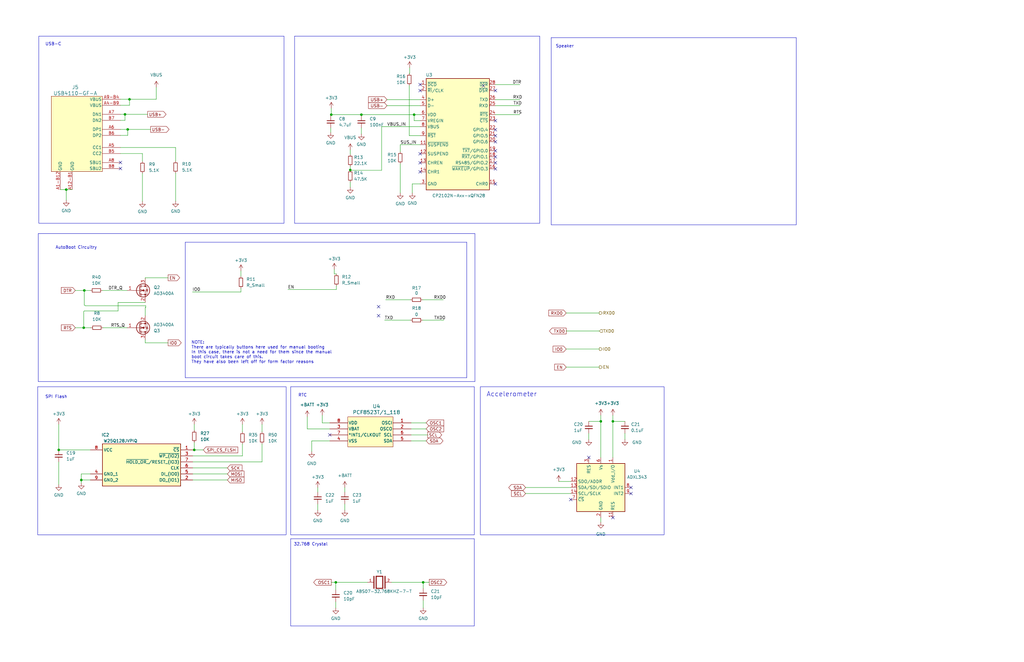
<source format=kicad_sch>
(kicad_sch (version 20230121) (generator eeschema)
  (paper "B")
  (title_block (title "Microcontroller Bootloading Schematic") (company "Generate Product Development Studio"))
  (lib_symbols
    (symbol "Device:C_Small" (pin_numbers hide) (pin_names (offset 0.254) hide)
      (property "Reference" "C" (at 0.254 1.778 0))
      (property "Value" "C_Small" (at 0.254 -2.032 0))
      (symbol "C_Small_0_1"
        (polyline (pts (xy -1.524 -0.508) (xy 1.524 -0.508)) (stroke (width 0.3302)))
        (polyline (pts (xy -1.524 0.508) (xy 1.524 0.508)) (stroke (width 0.3048)))
      )
      (symbol "C_Small_1_1"
        (pin passive line (at 0 2.54 270) (length 2.032) (name "~") (number "1"))
        (pin passive line (at 0 -2.54 90) (length 2.032) (name "~") (number "2"))
      )
    )
    (symbol "Device:R_Small" (pin_numbers hide) (pin_names (offset 0.254) hide)
      (property "Reference" "R" (at 0.762 0.508 0))
      (property "Value" "R_Small" (at 0.762 -1.016 0))
      (symbol "R_Small_0_1"
        (rectangle (start -0.762 1.778) (end 0.762 -1.778) (stroke (width 0.2032)))
      )
      (symbol "R_Small_1_1"
        (pin passive line (at 0 2.54 270) (length 0.762) (name "~") (number "1"))
        (pin passive line (at 0 -2.54 90) (length 0.762) (name "~") (number "2"))
      )
    )
    (symbol "Interface_USB:CP2102N-Axx-xQFN28"
      (property "Reference" "U3" (at -10.287 18.034 0))
      (property "Value" "CP2102N-Axx-xQFN28" (at -7.62 -32.893 0))
      (symbol "CP2102N-Axx-xQFN28_0_1"
        (rectangle (start -10.16 16.51) (end 16.51 -30.48) (stroke (width 0.254)) (fill (type background)))
      )
      (symbol "CP2102N-Axx-xQFN28_1_1"
        (pin input line (at -12.7 13.97 0) (length 2.54) (name "~{DCD}") (number "1"))
        (pin no_connect line (at -10.16 -27.94 0) (length 2.54) hide (name "NC") (number "10"))
        (pin output line (at -12.7 -11.43 0) (length 2.54) (name "~{SUSPEND}") (number "11"))
        (pin output line (at -12.7 -15.24 0) (length 2.54) (name "SUSPEND") (number "12"))
        (pin output line (at -12.7 -19.05 0) (length 2.54) (name "CHREN") (number "13"))
        (pin output line (at -12.7 -22.86 0) (length 2.54) (name "CHR1") (number "14"))
        (pin output line (at 19.05 -27.94 180) (length 2.54) (name "CHR0") (number "15"))
        (pin bidirectional line (at 19.05 -21.59 180) (length 2.54) (name "~{WAKEUP}/GPIO.3") (number "16"))
        (pin bidirectional line (at 19.05 -19.05 180) (length 2.54) (name "RS485/GPIO.2") (number "17"))
        (pin bidirectional line (at 19.05 -16.51 180) (length 2.54) (name "~{RXT}/GPIO.1") (number "18"))
        (pin bidirectional line (at 19.05 -13.97 180) (length 2.54) (name "~{TXT}/GPIO.0") (number "19"))
        (pin bidirectional line (at -12.7 11.43 0) (length 2.54) (name "~{RI}/CLK") (number "2"))
        (pin bidirectional line (at 19.05 -10.16 180) (length 2.54) (name "GPIO.6") (number "20"))
        (pin bidirectional line (at 19.05 -7.62 180) (length 2.54) (name "GPIO.5") (number "21"))
        (pin bidirectional line (at 19.05 -5.08 180) (length 2.54) (name "GPIO.4") (number "22"))
        (pin input line (at 19.05 -1.27 180) (length 2.54) (name "~{CTS}") (number "23"))
        (pin output line (at 19.05 1.27 180) (length 2.54) (name "~{RTS}") (number "24"))
        (pin input line (at 19.05 5.08 180) (length 2.54) (name "RXD") (number "25"))
        (pin output line (at 19.05 7.62 180) (length 2.54) (name "TXD") (number "26"))
        (pin input line (at 19.05 11.43 180) (length 2.54) (name "~{DSR}") (number "27"))
        (pin output line (at 19.05 13.97 180) (length 2.54) (name "~{DTR}") (number "28"))
        (pin passive line (at -12.7 -27.94 0) (length 2.54) hide (name "GND") (number "29"))
        (pin power_in line (at -12.7 -27.94 0) (length 2.54) (name "GND") (number "3"))
        (pin bidirectional line (at -12.7 7.62 0) (length 2.54) (name "D+") (number "4"))
        (pin bidirectional line (at -12.7 5.08 0) (length 2.54) (name "D-") (number "5"))
        (pin power_in line (at -12.7 1.27 0) (length 2.54) (name "VDD") (number "6"))
        (pin power_in line (at -12.7 -1.27 0) (length 2.54) (name "VREGIN") (number "7"))
        (pin input line (at -12.7 -3.81 0) (length 2.54) (name "VBUS") (number "8"))
        (pin input line (at -12.7 -7.62 0) (length 2.54) (name "~{RST}") (number "9"))
      )
    )
    (symbol "MuscleRecoverySymbolLibray:ABS07-32.768KHZ-7-T" (pin_names (offset 1.016))
      (property "Reference" "Y" (at -5.0878 3.8159 0))
      (property "Value" "ABS07-32.768KHZ-7-T" (at -5.0944 -5.0944 0))
      (symbol "ABS07-32.768KHZ-7-T_0_0"
        (polyline (pts (xy -2.3368 2.54) (xy -2.3368 -2.54)) (stroke (width 0.4064)))
        (polyline (pts (xy -1.397 2.54) (xy -1.397 -2.54)) (stroke (width 0.4064)))
        (polyline (pts (xy -1.397 2.54) (xy 1.397 2.54)) (stroke (width 0.4064)))
        (polyline (pts (xy 1.397 -2.54) (xy -1.397 -2.54)) (stroke (width 0.4064)))
        (polyline (pts (xy 1.397 2.54) (xy 1.397 -2.54)) (stroke (width 0.4064)))
        (polyline (pts (xy 2.3368 2.54) (xy 2.3368 -2.54)) (stroke (width 0.4064)))
        (pin passive line (at -5.08 0 0) (length 2.54) (name "~") (number "1"))
        (pin passive line (at 5.08 0 180) (length 2.54) (name "~") (number "2"))
      )
    )
    (symbol "MuscleRecoverySymbolLibray:PCF8523T_1_118" (pin_names (offset 0.254))
      (property "Reference" "U4" (at 28.575 10.795 0))
      (property "Value" "PCF8523T/1_118" (at 28.575 8.255 0))
      (symbol "PCF8523T_1_118_0_1"
        (pin input line (at 43.18 3.81 180) (length 7.62) (name "OSCI") (number "1"))
        (pin output line (at 43.18 1.27 180) (length 7.62) (name "OSCO") (number "2"))
        (pin power_in line (at 8.89 1.27 0) (length 7.62) (name "VBAT") (number "3"))
        (pin power_out line (at 8.89 -3.81 0) (length 7.62) (name "VSS") (number "4"))
        (pin bidirectional line (at 43.18 -3.81 180) (length 7.62) (name "SDA") (number "5"))
        (pin input line (at 43.18 -1.27 180) (length 7.62) (name "SCL") (number "6"))
        (pin output line (at 8.89 -1.27 0) (length 7.62) (name "*INT1/CLKOUT") (number "7"))
        (pin power_in line (at 8.89 3.81 0) (length 7.62) (name "VDD") (number "8"))
      )
      (symbol "PCF8523T_1_118_1_1"
        (rectangle (start 16.51 6.35) (end 35.56 -6.35) (fill (type background)))
      )
    )
    (symbol "MuscleRecoverySymbolLibray:USB4110-GF-A" (pin_names (offset 0.254))
      (property "Reference" "J5" (at 21.59 7.62 0))
      (property "Value" "USB4110-GF-A" (at 21.59 5.08 0))
      (symbol "USB4110-GF-A_1_1"
        (rectangle (start 11.43 3.81) (end 33.02 -27.94) (fill (type background)))
        (pin power_out line (at 15.24 -35.56 90) (length 7.62) (name "GND") (number "A1-B12"))
        (pin power_out line (at 20.32 -35.56 90) (length 7.62) (name "GND") (number "A12-B1"))
        (pin power_in line (at 40.64 0 180) (length 7.62) (name "VBUS") (number "A4-B9"))
        (pin bidirectional line (at 40.64 -17.78 180) (length 7.62) (name "CC1") (number "A5"))
        (pin bidirectional line (at 40.64 -10.16 180) (length 7.62) (name "DP1") (number "A6"))
        (pin bidirectional line (at 40.64 -3.81 180) (length 7.62) (name "DN1") (number "A7"))
        (pin bidirectional line (at 40.64 -24.13 180) (length 7.62) (name "SBU1") (number "A8"))
        (pin power_in line (at 40.64 2.54 180) (length 7.62) (name "VBUS") (number "A9-B4"))
        (pin bidirectional line (at 40.64 -20.32 180) (length 7.62) (name "CC2") (number "B5"))
        (pin bidirectional line (at 40.64 -12.7 180) (length 7.62) (name "DP2") (number "B6"))
        (pin bidirectional line (at 40.64 -6.35 180) (length 7.62) (name "DN2") (number "B7"))
        (pin bidirectional line (at 40.64 -26.67 180) (length 7.62) (name "SBU2") (number "B8"))
      )
    )
    (symbol "MuscleRecoverySymbolLibray:W25Q128JVPIQ"
      (property "Reference" "IC2" (at 6.35 6.35 0))
      (property "Value" "W25Q128JVPIQ" (at 12.7 3.81 0))
      (symbol "W25Q128JVPIQ_1_1"
        (rectangle (start 5.08 2.54) (end 38.1 -15.24) (stroke (width 0.254)) (fill (type background)))
        (pin passive line (at 43.18 0 180) (length 5.08) (name "~{CS}") (number "1"))
        (pin passive line (at 43.18 -12.7 180) (length 5.08) (name "DO_(IO1)") (number "2"))
        (pin passive line (at 43.18 -2.54 180) (length 5.08) (name "~{WP_(IO2)}") (number "3"))
        (pin passive line (at 0 -10.16 0) (length 5.08) (name "GND_1") (number "4"))
        (pin passive line (at 43.18 -10.16 180) (length 5.08) (name "DI_(IO0)") (number "5"))
        (pin passive line (at 43.18 -7.62 180) (length 5.08) (name "CLK") (number "6"))
        (pin passive line (at 43.18 -5.08 180) (length 5.08) (name "~{HOLD_OR_}/RESET_(IO3)") (number "7"))
        (pin passive line (at 0 0 0) (length 5.08) (name "VCC") (number "8"))
        (pin passive line (at 0 -12.7 0) (length 5.08) (name "GND_2") (number "9"))
      )
    )
    (symbol "Sensor_Motion:ADXL343"
      (property "Reference" "U" (at -8.89 11.43 0))
      (property "Value" "ADXL343" (at -7.62 -11.43 0))
      (symbol "ADXL343_0_1"
        (rectangle (start -10.16 10.16) (end 10.16 -10.16) (stroke (width 0.254)) (fill (type background)))
      )
      (symbol "ADXL343_1_1"
        (pin power_in line (at 5.08 12.7 270) (length 2.54) (name "Vdd_I/O") (number "1"))
        (pin no_connect line (at -5.08 -10.16 90) (length 2.54) hide (name "NC") (number "10"))
        (pin passive line (at 5.08 -12.7 90) (length 2.54) (name "RES") (number "11"))
        (pin bidirectional line (at -12.7 2.54 0) (length 2.54) (name "SDO/ADDR") (number "12"))
        (pin bidirectional line (at -12.7 0 0) (length 2.54) (name "SDA/SDI/SDIO") (number "13"))
        (pin input line (at -12.7 -2.54 0) (length 2.54) (name "SCL/SCLK") (number "14"))
        (pin power_in line (at 0 -12.7 90) (length 2.54) (name "GND") (number "2"))
        (pin passive line (at -5.08 12.7 270) (length 2.54) (name "RES") (number "3"))
        (pin passive line (at 0 -12.7 90) (length 2.54) hide (name "GND") (number "4"))
        (pin passive line (at 0 -12.7 90) (length 2.54) hide (name "GND") (number "5"))
        (pin power_in line (at 0 12.7 270) (length 2.54) (name "Vs") (number "6"))
        (pin input line (at -12.7 -5.08 0) (length 2.54) (name "~{CS}") (number "7"))
        (pin output line (at 12.7 0 180) (length 2.54) (name "INT1") (number "8"))
        (pin output line (at 12.7 -2.54 180) (length 2.54) (name "INT2") (number "9"))
      )
    )
    (symbol "Transistor_FET:AO3400A" (pin_names hide)
      (property "Reference" "Q" (at 5.08 1.905 0))
      (property "Value" "AO3400A" (at 5.08 0 0))
      (symbol "AO3400A_0_1"
        (polyline (pts (xy 0.254 0) (xy -2.54 0)))
        (polyline (pts (xy 0.254 1.905) (xy 0.254 -1.905)) (stroke (width 0.254)))
        (polyline (pts (xy 0.762 -1.27) (xy 0.762 -2.286)) (stroke (width 0.254)))
        (polyline (pts (xy 0.762 0.508) (xy 0.762 -0.508)) (stroke (width 0.254)))
        (polyline (pts (xy 0.762 2.286) (xy 0.762 1.27)) (stroke (width 0.254)))
        (polyline (pts (xy 2.54 2.54) (xy 2.54 1.778)))
        (polyline (pts (xy 2.54 -2.54) (xy 2.54 0) (xy 0.762 0)))
        (polyline (pts (xy 0.762 -1.778) (xy 3.302 -1.778) (xy 3.302 1.778) (xy 0.762 1.778)))
        (polyline (pts (xy 1.016 0) (xy 2.032 0.381) (xy 2.032 -0.381) (xy 1.016 0)) (fill (type outline)))
        (polyline (pts (xy 2.794 0.508) (xy 2.921 0.381) (xy 3.683 0.381) (xy 3.81 0.254)))
        (polyline (pts (xy 3.302 0.381) (xy 2.921 -0.254) (xy 3.683 -0.254) (xy 3.302 0.381)))
        (circle (center 1.651 0) (radius 2.794) (stroke (width 0.254)))
        (circle (center 2.54 -1.778) (radius 0.254) (fill (type outline)))
        (circle (center 2.54 1.778) (radius 0.254) (fill (type outline)))
      )
      (symbol "AO3400A_1_1"
        (pin input line (at -5.08 0 0) (length 2.54) (name "G") (number "1"))
        (pin passive line (at 2.54 -5.08 90) (length 2.54) (name "S") (number "2"))
        (pin passive line (at 2.54 5.08 270) (length 2.54) (name "D") (number "3"))
      )
    )
    (symbol "power:+3V3" (power) (pin_names (offset 0))
      (property "Value" "+3V3" (at 0 3.556 0))
      (symbol "+3V3_0_1"
        (polyline (pts (xy -0.762 1.27) (xy 0 2.54)))
        (polyline (pts (xy 0 0) (xy 0 2.54)))
        (polyline (pts (xy 0 2.54) (xy 0.762 1.27)))
      )
      (symbol "+3V3_1_1"
        (pin power_in line (at 0 0 90) (length 0) hide (name "+3V3") (number "1"))
      )
    )
    (symbol "power:+BATT" (power) (pin_names (offset 0))
      (property "Value" "+BATT" (at 0 3.556 0))
      (symbol "+BATT_0_1"
        (polyline (pts (xy -0.762 1.27) (xy 0 2.54)))
        (polyline (pts (xy 0 0) (xy 0 2.54)))
        (polyline (pts (xy 0 2.54) (xy 0.762 1.27)))
      )
      (symbol "+BATT_1_1"
        (pin power_in line (at 0 0 90) (length 0) hide (name "+BATT") (number "1"))
      )
    )
    (symbol "power:GND" (power) (pin_names (offset 0))
      (property "Value" "GND" (at 0 -3.81 0))
      (symbol "GND_0_1"
        (polyline (pts (xy 0 0) (xy 0 -1.27) (xy 1.27 -1.27) (xy 0 -2.54) (xy -1.27 -1.27) (xy 0 -1.27)))
      )
      (symbol "GND_1_1"
        (pin power_in line (at 0 0 270) (length 0) hide (name "GND") (number "1"))
      )
    )
    (symbol "power:VBUS" (power) (pin_names (offset 0))
      (property "Value" "VBUS" (at 0 3.81 0))
      (symbol "VBUS_0_1"
        (polyline (pts (xy -0.762 1.27) (xy 0 2.54)))
        (polyline (pts (xy 0 0) (xy 0 2.54)))
        (polyline (pts (xy 0 2.54) (xy 0.762 1.27)))
      )
      (symbol "VBUS_1_1"
        (pin power_in line (at 0 0 90) (length 0) hide (name "VBUS") (number "1"))
      )
    )
  )
  (junction (at 258.445 177.8))
  (junction (at 53.848 54.61))
  (junction (at 81.915 189.865))
  (junction (at 141.605 245.745))
  (junction (at 52.705 48.26))
  (junction (at 174.625 48.387))
  (junction (at 35.56 122.555))
  (junction (at 24.765 189.865))
  (junction (at 147.701 71.755))
  (junction (at 27.94 80.01))
  (junction (at 54.61 41.91))
  (junction (at 152.4 48.387))
  (junction (at 34.29 202.565))
  (junction (at 139.7 48.387))
  (junction (at 178.435 245.745))
  (junction (at 35.306 138.303))
  (junction (at 253.365 177.8))
  (no_connect (at 139.065 183.515))
  (no_connect (at 208.915 68.707))
  (no_connect (at 208.915 59.817))
  (no_connect (at 208.915 38.227))
  (no_connect (at 50.8 71.12))
  (no_connect (at 208.915 66.167))
  (no_connect (at 177.165 64.897))
  (no_connect (at 159.639 133.223))
  (no_connect (at 208.915 57.277))
  (no_connect (at 208.915 54.737))
  (no_connect (at 208.915 50.927))
  (no_connect (at 266.065 208.28))
  (no_connect (at 203.835 36.195))
  (no_connect (at 266.065 205.74))
  (no_connect (at 248.285 193.04))
  (no_connect (at 177.165 68.707))
  (no_connect (at 159.639 129.413))
  (no_connect (at 177.165 38.227))
  (no_connect (at 208.915 77.597))
  (no_connect (at 177.165 72.517))
  (no_connect (at 177.165 35.687))
  (no_connect (at 208.915 71.247))
  (no_connect (at 50.8 68.58))
  (no_connect (at 208.915 63.627))
  (no_connect (at 258.445 218.44))
  (no_connect (at 240.665 210.82))
  (wire (pts (xy 81.915 179.07) (xy 81.915 181.61)))
  (wire (pts (xy 173.863 77.597) (xy 173.863 81.407)))
  (wire (pts (xy 177.165 50.927) (xy 174.625 50.927)))
  (wire (pts (xy 253.365 177.8) (xy 253.365 193.04)))
  (wire (pts (xy 135.89 175.26) (xy 135.89 178.435)))
  (wire (pts (xy 60.071 73.152) (xy 60.071 84.963)))
  (wire (pts (xy 152.4 48.387) (xy 174.625 48.387)))
  (wire (pts (xy 81.915 189.865) (xy 85.725 189.865)))
  (wire (pts (xy 61.214 143.383) (xy 61.214 144.653)))
  (wire (pts (xy 24.765 179.07) (xy 24.765 189.865)))
  (wire (pts (xy 50.8 48.26) (xy 52.705 48.26)))
  (wire (pts (xy 43.3832 138.303) (xy 53.594 138.303)))
  (wire (pts (xy 102.235 192.405) (xy 102.235 187.325)))
  (wire (pts (xy 174.625 48.387) (xy 177.165 48.387)))
  (wire (pts (xy 34.29 200.025) (xy 38.1 200.025)))
  (polyline (pts (xy 78.105 102.235) (xy 196.85 102.235)))
  (wire (pts (xy 61.214 117.221) (xy 70.866 117.221)))
  (wire (pts (xy 140.97 113.665) (xy 140.97 115.57)))
  (wire (pts (xy 81.28 189.865) (xy 81.915 189.865)))
  (wire (pts (xy 172.593 36.068) (xy 172.593 57.277)))
  (wire (pts (xy 145.415 205.74) (xy 145.415 207.645)))
  (wire (pts (xy 208.915 35.687) (xy 219.202 35.687)))
  (wire (pts (xy 253.365 175.26) (xy 253.365 177.8)))
  (wire (pts (xy 172.72 28.575) (xy 172.72 30.988)))
  (wire (pts (xy 53.848 57.15) (xy 53.848 54.61)))
  (wire (pts (xy 147.701 71.882) (xy 160.909 71.882)))
  (wire (pts (xy 154.94 245.745) (xy 141.605 245.745)))
  (wire (pts (xy 258.445 177.8) (xy 263.525 177.8)))
  (wire (pts (xy 139.446 48.387) (xy 139.446 48.895)))
  (wire (pts (xy 238.76 132.08) (xy 252.73 132.08)))
  (wire (pts (xy 208.915 44.577) (xy 219.329 44.577)))
  (wire (pts (xy 81.28 202.565) (xy 95.885 202.565)))
  (wire (pts (xy 178.181 126.492) (xy 186.944 126.492)))
  (wire (pts (xy 238.76 154.94) (xy 252.73 154.94)))
  (wire (pts (xy 49.784 127.635) (xy 61.214 127.635)))
  (wire (pts (xy 74.041 62.23) (xy 74.041 67.945)))
  (wire (pts (xy 81.153 123.19) (xy 101.6 123.19)))
  (wire (pts (xy 53.848 54.61) (xy 63.5 54.61)))
  (wire (pts (xy 258.445 177.8) (xy 258.445 193.04)))
  (wire (pts (xy 208.915 42.037) (xy 219.202 42.037)))
  (wire (pts (xy 140.97 115.57) (xy 141.859 115.57)))
  (wire (pts (xy 139.446 53.975) (xy 139.446 55.88)))
  (wire (pts (xy 235.585 203.2) (xy 240.665 203.2)))
  (wire (pts (xy 81.28 192.405) (xy 102.235 192.405)))
  (wire (pts (xy 61.468 129.794) (xy 61.214 129.794)))
  (wire (pts (xy 258.445 175.26) (xy 258.445 177.8)))
  (wire (pts (xy 101.6 114.3) (xy 101.6 116.586)))
  (wire (pts (xy 163.195 42.037) (xy 177.165 42.037)))
  (wire (pts (xy 160.909 53.467) (xy 160.909 71.882)))
  (wire (pts (xy 50.8 44.45) (xy 54.61 44.45)))
  (wire (pts (xy 139.065 186.055) (xy 131.445 186.055)))
  (wire (pts (xy 35.306 131.445) (xy 35.56 131.191)))
  (wire (pts (xy 163.195 44.577) (xy 177.165 44.577)))
  (wire (pts (xy 178.181 135.128) (xy 187.198 135.128)))
  (wire (pts (xy 35.56 122.555) (xy 35.56 128.778)))
  (wire (pts (xy 248.285 182.88) (xy 248.285 185.42)))
  (wire (pts (xy 102.235 179.07) (xy 102.235 182.245)))
  (wire (pts (xy 131.445 186.055) (xy 131.445 190.5)))
  (wire (pts (xy 160.909 53.467) (xy 177.165 53.467)))
  (wire (pts (xy 168.783 64.008) (xy 168.783 61.087)))
  (polyline (pts (xy 78.105 102.235) (xy 78.105 159.385)))
  (wire (pts (xy 174.625 50.927) (xy 174.625 48.387)))
  (wire (pts (xy 110.49 194.945) (xy 110.49 187.325)))
  (wire (pts (xy 147.701 70.231) (xy 147.701 71.755)))
  (wire (pts (xy 27.94 80.01) (xy 27.94 84.455)))
  (wire (pts (xy 61.214 117.475) (xy 61.214 117.221)))
  (wire (pts (xy 54.61 41.91) (xy 65.913 41.91)))
  (wire (pts (xy 81.28 194.945) (xy 110.49 194.945)))
  (wire (pts (xy 180.34 183.515) (xy 173.355 183.515)))
  (wire (pts (xy 129.54 175.895) (xy 129.54 180.975)))
  (wire (pts (xy 101.6 121.666) (xy 101.6 123.19)))
  (wire (pts (xy 50.8 41.91) (xy 54.61 41.91)))
  (wire (pts (xy 49.784 127.635) (xy 49.784 131.191)))
  (wire (pts (xy 35.56 131.191) (xy 49.784 131.191)))
  (wire (pts (xy 147.701 63.246) (xy 147.701 65.151)))
  (wire (pts (xy 81.915 186.69) (xy 81.915 189.865)))
  (wire (pts (xy 31.75 122.555) (xy 35.56 122.555)))
  (wire (pts (xy 35.56 128.778) (xy 36.068 129.032)))
  (wire (pts (xy 141.605 254) (xy 141.605 256.54)))
  (wire (pts (xy 165.1 245.745) (xy 178.435 245.745)))
  (wire (pts (xy 139.7 48.387) (xy 139.446 48.387)))
  (wire (pts (xy 61.214 144.653) (xy 70.866 144.653)))
  (wire (pts (xy 81.28 200.025) (xy 95.885 200.025)))
  (wire (pts (xy 221.615 208.28) (xy 240.665 208.28)))
  (wire (pts (xy 178.435 245.745) (xy 180.975 245.745)))
  (wire (pts (xy 263.525 182.88) (xy 263.525 185.42)))
  (wire (pts (xy 135.89 178.435) (xy 139.065 178.435)))
  (wire (pts (xy 173.355 186.055) (xy 179.705 186.055)))
  (wire (pts (xy 152.4 48.387) (xy 152.4 48.895)))
  (wire (pts (xy 178.435 253.365) (xy 178.435 256.54)))
  (polyline (pts (xy 78.105 159.385) (xy 196.85 159.385)))
  (wire (pts (xy 168.783 69.088) (xy 168.783 81.407)))
  (wire (pts (xy 248.285 177.8) (xy 253.365 177.8)))
  (wire (pts (xy 147.701 76.835) (xy 147.701 78.994)))
  (wire (pts (xy 147.701 71.882) (xy 147.701 71.755)))
  (wire (pts (xy 25.4 80.01) (xy 27.94 80.01)))
  (wire (pts (xy 133.985 205.74) (xy 133.985 207.645)))
  (wire (pts (xy 208.915 48.387) (xy 219.202 48.387)))
  (wire (pts (xy 221.615 205.74) (xy 240.665 205.74)))
  (wire (pts (xy 24.765 189.865) (xy 38.1 189.865)))
  (wire (pts (xy 50.8 62.23) (xy 74.041 62.23)))
  (wire (pts (xy 139.065 180.975) (xy 129.54 180.975)))
  (wire (pts (xy 141.859 120.65) (xy 141.859 122.174)))
  (wire (pts (xy 54.61 44.45) (xy 54.61 41.91)))
  (wire (pts (xy 34.29 200.025) (xy 34.29 202.565)))
  (wire (pts (xy 139.7 45.72) (xy 139.7 48.387)))
  (wire (pts (xy 141.605 245.745) (xy 141.605 248.92)))
  (wire (pts (xy 81.28 197.485) (xy 95.885 197.485)))
  (wire (pts (xy 145.415 212.725) (xy 145.415 215.265)))
  (wire (pts (xy 110.49 179.07) (xy 110.49 182.245)))
  (wire (pts (xy 35.306 138.303) (xy 38.3032 138.303)))
  (wire (pts (xy 177.165 57.277) (xy 172.593 57.277)))
  (wire (pts (xy 253.365 218.44) (xy 253.365 220.345)))
  (wire (pts (xy 52.705 48.26) (xy 62.23 48.26)))
  (wire (pts (xy 34.29 202.565) (xy 38.1 202.565)))
  (wire (pts (xy 74.041 73.025) (xy 74.041 84.836)))
  (wire (pts (xy 35.56 122.555) (xy 38.1 122.555)))
  (wire (pts (xy 238.76 139.7) (xy 252.73 139.7)))
  (wire (pts (xy 178.435 245.745) (xy 178.435 248.285)))
  (wire (pts (xy 27.94 80.01) (xy 30.48 80.01)))
  (wire (pts (xy 31.75 138.303) (xy 35.306 138.303)))
  (wire (pts (xy 24.765 194.945) (xy 24.765 204.47)))
  (wire (pts (xy 133.985 212.725) (xy 133.985 215.265)))
  (wire (pts (xy 139.7 245.745) (xy 141.605 245.745)))
  (wire (pts (xy 172.72 30.988) (xy 172.593 30.988)))
  (wire (pts (xy 139.7 48.387) (xy 152.4 48.387)))
  (wire (pts (xy 177.165 77.597) (xy 173.863 77.597)))
  (wire (pts (xy 35.306 138.303) (xy 35.306 131.445)))
  (wire (pts (xy 168.783 61.087) (xy 177.165 61.087)))
  (wire (pts (xy 50.8 64.77) (xy 60.071 64.77)))
  (wire (pts (xy 53.848 54.61) (xy 50.8 54.61)))
  (polyline (pts (xy 196.85 159.385) (xy 196.85 102.235)))
  (wire (pts (xy 173.355 178.435) (xy 179.705 178.435)))
  (wire (pts (xy 152.4 53.975) (xy 152.4 56.515)))
  (wire (pts (xy 36.068 129.032) (xy 61.468 129.032)))
  (wire (pts (xy 52.705 50.8) (xy 52.705 48.26)))
  (wire (pts (xy 121.412 122.174) (xy 141.859 122.174)))
  (wire (pts (xy 173.101 135.128) (xy 162.179 135.128)))
  (wire (pts (xy 34.29 202.565) (xy 34.29 203.835)))
  (wire (pts (xy 43.18 122.555) (xy 53.594 122.555)))
  (wire (pts (xy 50.8 57.15) (xy 53.848 57.15)))
  (wire (pts (xy 173.101 126.492) (xy 162.6198 126.492)))
  (wire (pts (xy 61.468 129.032) (xy 61.468 129.794)))
  (wire (pts (xy 50.8 50.8) (xy 52.705 50.8)))
  (wire (pts (xy 65.913 36.83) (xy 65.913 41.91)))
  (wire (pts (xy 60.071 64.77) (xy 60.071 68.072)))
  (wire (pts (xy 173.355 180.975) (xy 179.705 180.975)))
  (wire (pts (xy 61.214 129.794) (xy 61.214 133.223)))
  (wire (pts (xy 238.76 147.32) (xy 252.73 147.32)))
  (rectangle (start 122.555 227.33) (end 200.025 264.16))
  (rectangle (start 16.383 15.24) (end 119.761 94.234))
  (rectangle (start 124.206 15.24) (end 227.584 94.234))
  (rectangle (start 15.875 163.195) (end 120.65 225.679))
  (rectangle (start 16.129 98.552) (end 200.279 161.036))
  (rectangle (start 232.41 15.875) (end 335.788 94.869))
  (rectangle (start 122.555 163.195) (end 200.025 225.679))
  (rectangle (start 202.565 163.195) (end 280.035 225.679))
  (text "RTC" (at 125.73 167.64 0) (effects (font (size 1.27 1.27)) (justify left bottom)))
  (text "Speaker" (at 234.315 20.32 0) (effects (font (size 1.27 1.27)) (justify left bottom)))
  (text "NOTE: \nThere are typically buttons here used for manual booting\nIn this case, there is not a need for them since the manual\nboot circuit takes care of this.\nThey have also been left off for form factor reasons\n	" (at 80.645 155.575 0) (effects (font (size 1.27 1.27)) (justify left bottom)))
  (text "USB-C\n" (at 19.05 19.431 0) (effects (font (size 1.27 1.27)) (justify left bottom)))
  (text "Accelerometer" (at 205.105 167.64 0) (effects (font (size 2 2)) (justify left bottom)))
  (text "32.768 Crystal\n" (at 123.825 230.505 0) (effects (font (size 1.27 1.27)) (justify left bottom)))
  (text "SPI Flash\n" (at 19.05 168.275 0) (effects (font (size 1.27 1.27)) (justify left bottom)))
  (text "AutoBoot Circuitry\n" (at 23.368 105.283 0) (effects (font (size 1.27 1.27)) (justify left bottom)))
  (label "RTS" (at 216.408 48.387 0))
  (label "RXD0" (at 182.88 126.492 0))
  (label "DTR_Q" (at 45.72 122.555 0))
  (label "SUS_IN" (at 168.783 61.087 0))
  (label "DTR" (at 216.154 35.687 0))
  (label "TXD0" (at 183.007 135.128 0))
  (label "VBUS_IN" (at 163.195 53.467 0))
  (label "TXD" (at 216.408 44.577 0))
  (label "EN" (at 121.412 122.174 0))
  (label "RTS_Q" (at 46.736 138.303 0))
  (label "IO0" (at 81.153 123.19 0))
  (label "RXD" (at 216.281 42.037 0))
  (label "RXD" (at 162.687 126.492 0))
  (label "TXD" (at 162.179 135.128 0))
  (global_label "OSC1" (shape output) (at 139.7 245.745 180) (property "Intersheetrefs" "${INTERSHEET_REFS}" (effects hide)))
  (global_label "OSC1" (shape input) (at 179.705 178.435 0) (property "Intersheetrefs" "${INTERSHEET_REFS}" (effects hide)))
  (global_label "OSC2" (shape input) (at 179.705 180.975 0) (property "Intersheetrefs" "${INTERSHEET_REFS}" (effects hide)))
  (global_label "SDA" (shape bidirectional) (at 221.615 205.74 180) (property "Intersheetrefs" "${INTERSHEET_REFS}" (effects hide)))
  (global_label "OSC2" (shape output) (at 180.975 245.745 0) (property "Intersheetrefs" "${INTERSHEET_REFS}" (effects hide)))
  (global_label "MISO" (shape input) (at 95.885 202.565 0) (property "Intersheetrefs" "${INTERSHEET_REFS}" (effects hide)))
  (global_label "USB-" (shape output) (at 63.5 54.61 0) (property "Intersheetrefs" "${INTERSHEET_REFS}" (effects hide)))
  (global_label "RTS" (shape input) (at 31.75 138.303 180) (property "Intersheetrefs" "${INTERSHEET_REFS}" (effects hide)))
  (global_label "SDA" (shape bidirectional) (at 179.705 186.055 0) (property "Intersheetrefs" "${INTERSHEET_REFS}" (effects hide)))
  (global_label "SPI_CS_FLSH" (shape input) (at 85.725 189.865 0) (property "Intersheetrefs" "${INTERSHEET_REFS}" (effects hide)))
  (global_label "USB+" (shape output) (at 62.23 48.26 0) (property "Intersheetrefs" "${INTERSHEET_REFS}" (effects hide)))
  (global_label "EN" (shape output) (at 70.866 117.221 0) (property "Intersheetrefs" "${INTERSHEET_REFS}" (effects hide)))
  (global_label "USB+" (shape input) (at 163.195 42.037 180) (property "Intersheetrefs" "${INTERSHEET_REFS}" (effects hide)))
  (global_label "SCL" (shape output) (at 180.34 183.515 0) (property "Intersheetrefs" "${INTERSHEET_REFS}" (effects hide)))
  (global_label "EN" (shape input) (at 238.76 154.94 180) (property "Intersheetrefs" "${INTERSHEET_REFS}" (effects hide)))
  (global_label "USB-" (shape input) (at 163.195 44.577 180) (property "Intersheetrefs" "${INTERSHEET_REFS}" (effects hide)))
  (global_label "IO0" (shape output) (at 70.866 144.653 0) (property "Intersheetrefs" "${INTERSHEET_REFS}" (effects hide)))
  (global_label "IO0" (shape input) (at 238.76 147.32 180) (property "Intersheetrefs" "${INTERSHEET_REFS}" (effects hide)))
  (global_label "SCK" (shape input) (at 95.885 197.485 0) (property "Intersheetrefs" "${INTERSHEET_REFS}" (effects hide)))
  (global_label "DTR" (shape input) (at 31.75 122.555 180) (property "Intersheetrefs" "${INTERSHEET_REFS}" (effects hide)))
  (global_label "MOSI" (shape input) (at 95.885 200.025 0) (property "Intersheetrefs" "${INTERSHEET_REFS}" (effects hide)))
  (global_label "TXD0" (shape output) (at 238.76 139.7 180) (property "Intersheetrefs" "${INTERSHEET_REFS}" (effects hide)))
  (global_label "SCL" (shape input) (at 221.615 208.28 180) (property "Intersheetrefs" "${INTERSHEET_REFS}" (effects hide)))
  (global_label "RXD0" (shape input) (at 238.76 132.08 180) (property "Intersheetrefs" "${INTERSHEET_REFS}" (effects hide)))
  (hierarchical_label "RXD0" (shape output) (at 252.73 132.08 0))
  (hierarchical_label "IO0" (shape output) (at 252.73 147.32 0))
  (hierarchical_label "TXD0" (shape input) (at 252.73 139.7 0))
  (hierarchical_label "EN" (shape output) (at 252.73 154.94 0))
  (symbol (lib_id "Device:C_Small") (at 248.285 180.34 0) (unit 1)
    (property "Reference" "C20" (at 241.935 179.07 0) (effects (justify left)))
    (property "Value" "1uF" (at 241.935 181.61 0) (effects (justify left)))
    (property "Footprint" "Capacitor_SMD:C_0402_1005Metric" (effects hide))
    (instances (project "MuscleRecoveryV1" (path "" (reference "C20") (unit 1)) (path "" (reference "C24") (unit 1))))
  )
  (symbol (lib_id "power:GND") (at 147.701 78.994 0) (unit 1)
    (property "Reference" "#PWR041" (effects hide))
    (property "Value" "GND" (at 147.701 83.439 0))
    (instances (project "MuscleRecoveryV1" (path "" (reference "#PWR041") (unit 1))) (project "New Test" (path "" (reference "#PWR017") (unit 1))))
  )
  (symbol (lib_id "power:GND") (at 173.863 81.407 0) (unit 1)
    (property "Reference" "#PWR045" (effects hide))
    (property "Value" "GND" (at 173.863 85.725 0))
    (instances (project "MuscleRecoveryV1" (path "" (reference "#PWR045") (unit 1))) (project "New Test" (path "" (reference "#PWR022") (unit 1))))
  )
  (symbol (lib_id "power:+3V3") (at 24.765 179.07 0) (unit 1)
    (property "Reference" "#PWR051" (effects hide))
    (property "Value" "+3V3" (at 24.765 174.625 0))
    (instances (project "MuscleRecoveryV1" (path "" (reference "#PWR051") (unit 1)) (path "" (reference "#PWR053") (unit 1))))
  )
  (symbol (lib_id "Device:C_Small") (at 145.415 210.185 0) (unit 1)
    (property "Reference" "C23" (at 148.59 208.9213 0) (effects (justify left)))
    (property "Value" "1uF" (at 148.59 211.4613 0) (effects (justify left)))
    (property "Footprint" "Capacitor_SMD:C_0402_1005Metric" (effects hide))
  )
  (symbol (lib_id "Device:R_Small") (at 40.8432 138.303 90) (unit 1)
    (property "Reference" "R8" (at 40.8432 132.207 90))
    (property "Value" "10K" (at 40.8432 134.747 90))
    (property "Footprint" "Resistor_SMD:R_0402_1005Metric" (effects hide))
    (instances (project "MuscleRecoveryV1" (path "" (reference "R8") (unit 1))) (project "New Test" (path "" (reference "R3") (unit 1))))
  )
  (symbol (lib_id "power:+3V3") (at 133.985 205.74 0) (unit 1)
    (property "Reference" "#PWR051" (effects hide))
    (property "Value" "+3V3" (at 133.985 201.295 0))
    (instances (project "MuscleRecoveryV1" (path "" (reference "#PWR051") (unit 1)) (path "" (reference "#PWR063") (unit 1))))
  )
  (symbol (lib_id "power:+3V3") (at 140.97 113.665 0) (unit 1)
    (property "Reference" "#PWR051" (effects hide))
    (property "Value" "+3V3" (at 140.97 109.22 0))
    (instances (project "MuscleRecoveryV1" (path "" (reference "#PWR051") (unit 1)) (path "" (reference "#PWR038") (unit 1))))
  )
  (symbol (lib_id "Device:R_Small") (at 141.859 118.11 0) (unit 1)
    (property "Reference" "R12" (at 144.145 116.84 0) (effects (justify left)))
    (property "Value" "R_Small" (at 144.145 119.38 0) (effects (justify left)))
    (property "Footprint" "Resistor_SMD:R_0402_1005Metric" (effects hide))
    (instances (project "MuscleRecoveryV1" (path "" (reference "R12") (unit 1))) (project "New Test" (path "" (reference "R7") (unit 1))))
  )
  (symbol (lib_id "power:+3V3") (at 258.445 175.26 0) (unit 1)
    (property "Reference" "#PWR072" (effects hide))
    (property "Value" "+3V3" (at 258.445 170.18 0))
    (instances (project "MuscleRecoveryV1" (path "" (reference "#PWR072") (unit 1)) (path "" (reference "#PWR087") (unit 1))))
  )
  (symbol (lib_id "Device:C_Small") (at 141.605 251.46 0) (unit 1)
    (property "Reference" "C20" (at 144.78 250.1963 0) (effects (justify left)))
    (property "Value" "10pF" (at 144.78 252.7363 0) (effects (justify left)))
    (property "Footprint" "Capacitor_SMD:C_0402_1005Metric" (effects hide))
  )
  (symbol (lib_id "Device:R_Small") (at 40.64 122.555 90) (unit 1)
    (property "Reference" "R40" (at 40.64 116.967 90))
    (property "Value" "10K" (at 40.64 119.507 90))
    (property "Footprint" "Resistor_SMD:R_0402_1005Metric" (effects hide))
    (instances (project "MuscleRecoveryV1" (path "" (reference "R40") (unit 1))) (project "New Test" (path "" (reference "R2") (unit 1))))
  )
  (symbol (lib_id "power:GND") (at 139.446 55.88 0) (unit 1)
    (property "Reference" "#PWR037" (effects hide))
    (property "Value" "GND" (at 139.446 60.325 0))
    (instances (project "MuscleRecoveryV1" (path "" (reference "#PWR037") (unit 1))) (project "New Test" (path "" (reference "#PWR021") (unit 1))))
  )
  (symbol (lib_id "MuscleRecoverySymbolLibray:PCF8523T_1_118") (at 130.175 182.245 0) (unit 1)
    (property "Reference" "U4" (at 158.75 171.45 0) (effects (font (size 1.524 1.524))))
    (property "Value" "PCF8523T/1_118" (at 158.75 173.99 0) (effects (font (size 1.524 1.524))))
    (property "Footprint" "Muscle_Recovery_Footprint_Library:SO8_SOT96-1_NXP" (effects hide))
    (property "Datasheet" "PCF8523T/1_118" (effects hide))
  )
  (symbol (lib_id "power:GND") (at 263.525 185.42 0) (unit 1)
    (property "Reference" "#PWR076" (effects hide))
    (property "Value" "GND" (at 268.605 186.69 0))
    (instances (project "MuscleRecoveryV1" (path "" (reference "#PWR076") (unit 1)) (path "" (reference "#PWR088") (unit 1))))
  )
  (symbol (lib_id "Device:R_Small") (at 175.641 126.492 90) (unit 1)
    (property "Reference" "R17" (at 175.641 121.539 90))
    (property "Value" "0" (at 175.641 123.698 90))
    (property "Footprint" "Resistor_SMD:R_0402_1005Metric" (effects hide))
    (instances (project "MuscleRecoveryV1" (path "" (reference "R17") (unit 1))) (project "New Test" (path "" (reference "R4") (unit 1))))
  )
  (symbol (lib_id "Device:R_Small") (at 147.701 67.691 0) (unit 1)
    (property "Reference" "R13" (at 149.225 66.421 0) (effects (justify left)))
    (property "Value" "22.1K" (at 149.225 68.961 0) (effects (justify left)))
    (property "Footprint" "Resistor_SMD:R_0402_1005Metric" (effects hide))
    (instances (project "MuscleRecoveryV1" (path "" (reference "R13") (unit 1))) (project "New Test" (path "" (reference "R10") (unit 1))))
  )
  (symbol (lib_id "Interface_USB:CP2102N-Axx-xQFN28") (at 189.865 49.657 0) (unit 1)
    (property "Reference" "U3" (at 179.578 31.623 0) (effects (justify left)))
    (property "Value" "CP2102N-Axx-xQFN28" (at 182.245 82.55 0) (effects (justify left)))
    (property "Footprint" "Package_DFN_QFN:QFN-28-1EP_5x5mm_P0.5mm_EP3.35x3.35mm" (effects hide))
    (property "Datasheet" "https://www.silabs.com/documents/public/data-sheets/cp2102n-datasheet.pdf" (effects hide))
    (instances (project "MuscleRecoveryV1" (path "" (reference "U3") (unit 1))) (project "Power For Muscle Recovery" (path "" (reference "U3") (unit 1))) (project "New Test" (path "" (reference "U2") (unit 1))))
  )
  (symbol (lib_id "MuscleRecoverySymbolLibray:W25Q128JVPIQ") (at 38.1 189.865 0) (unit 1)
    (property "Reference" "IC2" (at 44.45 183.515 0))
    (property "Value" "W25Q128JVPIQ" (at 50.8 186.055 0))
    (property "Footprint" "Muscle_Recovery_Footprint_Library:SON127P600X500X80-9N-D" (effects hide))
    (property "Datasheet" "https://www.winbond.com/hq/search-resource-file.jsp?partNo=W25Q128JVPIQ&type=datasheet" (effects hide))
    (property "Height" "0.8" (effects hide))
    (property "Manufacturer_Name" "Winbond" (effects hide))
    (property "Manufacturer_Part_Number" "W25Q128JVPIQ" (effects hide))
    (property "Mouser Part Number" "454-W25Q128JVPIQ" (effects hide))
    (property "Mouser Price/Stock" "https://www.mouser.co.uk/ProductDetail/Winbond/W25Q128JVPIQ?qs=qSfuJ%252Bfl%2Fd676hAD%252B1JSfw%3D%3D" (effects hide))
    (property "Arrow Part Number" "W25Q128JVPIQ" (effects hide))
    (property "Arrow Price/Stock" "https://www.arrow.com/en/products/w25q128jvpiq/winbond-electronics?region=nac" (effects hide))
  )
  (symbol (lib_id "power:GND") (at 178.435 256.54 0) (unit 1)
    (property "Reference" "#PWR079" (effects hide))
    (property "Value" "GND" (at 178.435 260.985 0))
  )
  (symbol (lib_id "power:GND") (at 60.071 84.963 0) (unit 1)
    (property "Reference" "#PWR031" (effects hide))
    (property "Value" "GND" (at 60.071 89.281 0))
    (instances (project "MuscleRecoveryV1" (path "" (reference "#PWR031") (unit 1))) (project "New Test" (path "" (reference "#PWR013") (unit 1))))
  )
  (symbol (lib_id "power:+3V3") (at 139.7 45.72 0) (unit 1)
    (property "Reference" "#PWR051" (effects hide))
    (property "Value" "+3V3" (at 139.7 41.275 0))
    (instances (project "MuscleRecoveryV1" (path "" (reference "#PWR051") (unit 1)) (path "" (reference "#PWR036") (unit 1))))
  )
  (symbol (lib_id "power:+BATT") (at 129.54 175.895 0) (unit 1)
    (property "Reference" "#PWR076" (effects hide))
    (property "Value" "+BATT" (at 129.54 170.815 0))
  )
  (symbol (lib_id "power:GND") (at 34.29 203.835 0) (unit 1)
    (property "Reference" "#PWR070" (effects hide))
    (property "Value" "GND" (at 34.29 208.28 0))
  )
  (symbol (lib_id "Device:R_Small") (at 110.49 184.785 0) (unit 1)
    (property "Reference" "R50" (at 113.03 183.515 0) (effects (justify left)))
    (property "Value" "10K" (at 113.03 186.055 0) (effects (justify left)))
    (property "Footprint" "Resistor_SMD:R_0402_1005Metric" (effects hide))
  )
  (symbol (lib_id "MuscleRecoverySymbolLibray:USB4110-GF-A") (at 10.16 44.45 0) (unit 1)
    (property "Reference" "J5" (at 31.75 36.83 0) (effects (font (size 1.524 1.524))))
    (property "Value" "USB4110-GF-A" (at 31.75 39.37 0) (effects (font (size 1.524 1.524))))
    (property "Footprint" "Muscle_Recovery_Footprint_Library:USB4110-GF-A_GCT" (effects hide))
    (property "Datasheet" "USB4110-GF-A" (effects hide))
  )
  (symbol (lib_id "power:GND") (at 152.4 56.515 0) (unit 1)
    (property "Reference" "#PWR042" (effects hide))
    (property "Value" "GND" (at 152.4 60.96 0))
    (instances (project "MuscleRecoveryV1" (path "" (reference "#PWR042") (unit 1))) (project "New Test" (path "" (reference "#PWR020") (unit 1))))
  )
  (symbol (lib_id "Device:C_Small") (at 133.985 210.185 0) (unit 1)
    (property "Reference" "C22" (at 137.16 208.9213 0) (effects (justify left)))
    (property "Value" "1uF" (at 137.16 211.4613 0) (effects (justify left)))
    (property "Footprint" "Capacitor_SMD:C_0402_1005Metric" (effects hide))
  )
  (symbol (lib_id "power:GND") (at 168.783 81.407 0) (unit 1)
    (property "Reference" "#PWR043" (effects hide))
    (property "Value" "GND" (at 168.783 85.979 0))
    (instances (project "MuscleRecoveryV1" (path "" (reference "#PWR043") (unit 1))) (project "New Test" (path "" (reference "#PWR023") (unit 1))))
  )
  (symbol (lib_id "Device:C_Small") (at 24.765 192.405 0) (unit 1)
    (property "Reference" "C19" (at 27.94 191.1413 0) (effects (justify left)))
    (property "Value" "1uF" (at 27.94 193.6813 0) (effects (justify left)))
    (property "Footprint" "Capacitor_SMD:C_0402_1005Metric" (effects hide))
  )
  (symbol (lib_id "Device:C_Small") (at 139.446 51.435 0) (unit 1)
    (property "Reference" "C8" (at 142.875 50.1713 0) (effects (justify left)))
    (property "Value" "4.7uF" (at 142.875 52.7113 0) (effects (justify left)))
    (property "Footprint" "Capacitor_SMD:C_0402_1005Metric" (effects hide))
    (instances (project "MuscleRecoveryV1" (path "" (reference "C8") (unit 1))) (project "Power For Muscle Recovery" (path "" (reference "C2") (unit 1))) (project "New Test" (path "" (reference "C6") (unit 1))))
  )
  (symbol (lib_id "power:GND") (at 131.445 190.5 0) (unit 1)
    (property "Reference" "#PWR077" (effects hide))
    (property "Value" "GND" (at 131.445 195.58 0))
  )
  (symbol (lib_id "power:GND") (at 141.605 256.54 0) (unit 1)
    (property "Reference" "#PWR078" (effects hide))
    (property "Value" "GND" (at 141.605 260.985 0))
  )
  (symbol (lib_id "Device:R_Small") (at 147.701 74.295 0) (unit 1)
    (property "Reference" "R14" (at 149.225 73.025 0) (effects (justify left)))
    (property "Value" "47.5K" (at 149.225 75.565 0) (effects (justify left)))
    (property "Footprint" "Resistor_SMD:R_0402_1005Metric" (effects hide))
    (instances (project "MuscleRecoveryV1" (path "" (reference "R14") (unit 1))) (project "New Test" (path "" (reference "R11") (unit 1))))
  )
  (symbol (lib_id "Device:R_Small") (at 74.041 70.485 0) (unit 1)
    (property "Reference" "R10" (at 76.708 69.215 0) (effects (justify left)))
    (property "Value" "5.1K" (at 76.708 71.755 0) (effects (justify left)))
    (property "Footprint" "Resistor_SMD:R_0402_1005Metric" (effects hide))
    (instances (project "MuscleRecoveryV1" (path "" (reference "R10") (unit 1))) (project "New Test" (path "" (reference "R9") (unit 1))))
  )
  (symbol (lib_id "Device:R_Small") (at 168.783 66.548 0) (mirror y) (unit 1)
    (property "Reference" "R15" (at 167.259 65.278 0) (effects (justify left)))
    (property "Value" "10K" (at 167.259 67.818 0) (effects (justify left)))
    (property "Footprint" "Resistor_SMD:R_0402_1005Metric" (effects hide))
    (instances (project "MuscleRecoveryV1" (path "" (reference "R15") (unit 1))) (project "New Test" (path "" (reference "R13") (unit 1))))
  )
  (symbol (lib_id "power:VBUS") (at 147.701 63.246 0) (unit 1)
    (property "Reference" "#PWR040" (effects hide))
    (property "Value" "VBUS" (at 147.701 58.039 0))
    (instances (project "MuscleRecoveryV1" (path "" (reference "#PWR040") (unit 1))) (project "New Test" (path "" (reference "#PWR016") (unit 1))))
  )
  (symbol (lib_id "power:GND") (at 248.285 185.42 0) (unit 1)
    (property "Reference" "#PWR075" (effects hide))
    (property "Value" "GND" (at 243.205 186.69 0))
    (instances (project "MuscleRecoveryV1" (path "" (reference "#PWR075") (unit 1)) (path "" (reference "#PWR066") (unit 1))))
  )
  (symbol (lib_id "MuscleRecoverySymbolLibray:ABS07-32.768KHZ-7-T") (at 160.02 245.745 0) (unit 1)
    (property "Reference" "Y1" (at 160.02 241.3 0))
    (property "Value" "ABS07-32.768KHZ-7-T" (at 161.925 249.555 0))
    (property "Footprint" "Muscle_Recovery_Footprint_Library:XTAL_ABS07-32.768KHZ-7-T" (effects hide))
    (property "MF" "Abracon" (effects hide))
    (property "MAXIMUM_PACKAGE_HEIGHT" "0.9 mm" (effects hide))
    (property "Package" "SMD-2 Abracon LLC" (effects hide))
    (property "Price" "None" (effects hide))
    (property "Check_prices" "https://www.snapeda.com/parts/ABS07-32.768KHZ-7-T/Abracon+LLC/view-part/?ref=eda" (effects hide))
    (property "STANDARD" "Manufacturer Recommendations" (effects hide))
    (property "PARTREV" "08.19.15" (effects hide))
    (property "SnapEDA_Link" "https://www.snapeda.com/parts/ABS07-32.768KHZ-7-T/Abracon+LLC/view-part/?ref=snap" (effects hide))
    (property "MP" "ABS07-32.768KHZ-7-T" (effects hide))
    (property "Description" "\n32.768 kHz ±20ppm Crystal 7pF 70 kOhms 2-SMD, No Lead\n" (effects hide))
    (property "Availability" "In Stock" (effects hide))
    (property "MANUFACTURER" "Abracon" (effects hide))
  )
  (symbol (lib_id "power:GND") (at 133.985 215.265 0) (unit 1)
    (property "Reference" "#PWR082" (effects hide))
    (property "Value" "GND" (at 133.985 219.71 0))
  )
  (symbol (lib_id "Device:R_Small") (at 175.641 135.128 90) (unit 1)
    (property "Reference" "R18" (at 175.641 130.048 90))
    (property "Value" "0" (at 175.641 132.715 90))
    (property "Footprint" "Resistor_SMD:R_0402_1005Metric" (effects hide))
    (instances (project "MuscleRecoveryV1" (path "" (reference "R18") (unit 1))) (project "New Test" (path "" (reference "R5") (unit 1))))
  )
  (symbol (lib_id "power:+BATT") (at 145.415 205.74 0) (unit 1)
    (property "Reference" "#PWR081" (effects hide))
    (property "Value" "+BATT" (at 145.415 200.66 0))
  )
  (symbol (lib_id "power:+3V3") (at 110.49 179.07 0) (unit 1)
    (property "Reference" "#PWR051" (effects hide))
    (property "Value" "+3V3" (at 110.49 174.625 0))
    (instances (project "MuscleRecoveryV1" (path "" (reference "#PWR051") (unit 1)) (path "" (reference "#PWR061") (unit 1))))
  )
  (symbol (lib_id "power:+3V3") (at 102.235 179.07 0) (unit 1)
    (property "Reference" "#PWR051" (effects hide))
    (property "Value" "+3V3" (at 102.235 174.625 0))
    (instances (project "MuscleRecoveryV1" (path "" (reference "#PWR051") (unit 1)) (path "" (reference "#PWR059") (unit 1))))
  )
  (symbol (lib_id "Device:R_Small") (at 102.235 184.785 0) (unit 1)
    (property "Reference" "R35" (at 104.775 183.515 0) (effects (justify left)))
    (property "Value" "10K" (at 104.775 186.055 0) (effects (justify left)))
    (property "Footprint" "Resistor_SMD:R_0402_1005Metric" (effects hide))
  )
  (symbol (lib_id "Device:C_Small") (at 263.525 180.34 0) (unit 1)
    (property "Reference" "C21" (at 266.065 179.0763 0) (effects (justify left)))
    (property "Value" "0.1uF" (at 266.065 181.6163 0) (effects (justify left)))
    (property "Footprint" "Capacitor_SMD:C_0402_1005Metric" (effects hide))
    (instances (project "MuscleRecoveryV1" (path "" (reference "C21") (unit 1)) (path "" (reference "C25") (unit 1))))
  )
  (symbol (lib_id "Transistor_FET:AO3400A") (at 58.674 138.303 0) (mirror x) (unit 1)
    (property "Reference" "Q3" (at 64.77 139.573 0) (effects (justify left)))
    (property "Value" "AO3400A" (at 64.77 137.033 0) (effects (justify left)))
    (property "Footprint" "Package_TO_SOT_SMD:SOT-23" (effects hide))
    (property "Datasheet" "http://www.aosmd.com/pdfs/datasheet/AO3400A.pdf" (effects hide))
  )
  (symbol (lib_id "Transistor_FET:AO3400A") (at 58.674 122.555 0) (unit 1)
    (property "Reference" "Q2" (at 64.77 121.285 0) (effects (justify left)))
    (property "Value" "AO3400A" (at 64.77 123.825 0) (effects (justify left)))
    (property "Footprint" "Package_TO_SOT_SMD:SOT-23" (effects hide))
    (property "Datasheet" "http://www.aosmd.com/pdfs/datasheet/AO3400A.pdf" (effects hide))
  )
  (symbol (lib_id "power:GND") (at 24.765 204.47 0) (unit 1)
    (property "Reference" "#PWR069" (effects hide))
    (property "Value" "GND" (at 24.765 208.915 0))
  )
  (symbol (lib_id "power:+3V3") (at 101.6 114.3 0) (unit 1)
    (property "Reference" "#PWR051" (effects hide))
    (property "Value" "+3V3" (at 101.6 109.855 0))
    (instances (project "MuscleRecoveryV1" (path "" (reference "#PWR051") (unit 1)) (path "" (reference "#PWR034") (unit 1))))
  )
  (symbol (lib_id "power:+3V3") (at 253.365 175.26 0) (unit 1)
    (property "Reference" "#PWR038" (effects hide))
    (property "Value" "+3V3" (at 253.365 170.18 0))
    (instances (project "MuscleRecoveryV1" (path "" (reference "#PWR038") (unit 1)) (path "" (reference "#PWR085") (unit 1))))
  )
  (symbol (lib_id "power:GND") (at 145.415 215.265 0) (unit 1)
    (property "Reference" "#PWR083" (effects hide))
    (property "Value" "GND" (at 145.415 219.71 0))
  )
  (symbol (lib_id "power:+3V3") (at 135.89 175.26 0) (unit 1)
    (property "Reference" "#PWR051" (effects hide))
    (property "Value" "+3V3" (at 135.89 170.815 0))
    (instances (project "MuscleRecoveryV1" (path "" (reference "#PWR051") (unit 1)) (path "" (reference "#PWR062") (unit 1))))
  )
  (symbol (lib_id "Device:R_Small") (at 81.915 184.15 0) (unit 1)
    (property "Reference" "R27" (at 84.455 182.88 0) (effects (justify left)))
    (property "Value" "10K" (at 84.455 185.42 0) (effects (justify left)))
    (property "Footprint" "Resistor_SMD:R_0402_1005Metric" (effects hide))
  )
  (symbol (lib_id "Device:C_Small") (at 152.4 51.435 0) (unit 1)
    (property "Reference" "C9" (at 155.829 50.1713 0) (effects (justify left)))
    (property "Value" "100nF" (at 155.829 52.7113 0) (effects (justify left)))
    (property "Footprint" "Capacitor_SMD:C_0402_1005Metric" (effects hide))
    (instances (project "MuscleRecoveryV1" (path "" (reference "C9") (unit 1))) (project "Power For Muscle Recovery" (path "" (reference "C2") (unit 1))) (project "New Test" (path "" (reference "C5") (unit 1))))
  )
  (symbol (lib_id "Device:R_Small") (at 60.071 70.612 0) (unit 1)
    (property "Reference" "R9" (at 62.738 69.342 0) (effects (justify left)))
    (property "Value" "5.1K" (at 62.738 71.882 0) (effects (justify left)))
    (property "Footprint" "Resistor_SMD:R_0402_1005Metric" (effects hide))
    (instances (project "MuscleRecoveryV1" (path "" (reference "R9") (unit 1))) (project "New Test" (path "" (reference "R8") (unit 1))))
  )
  (symbol (lib_id "Device:C_Small") (at 178.435 250.825 0) (unit 1)
    (property "Reference" "C21" (at 181.61 249.5613 0) (effects (justify left)))
    (property "Value" "10pF" (at 181.61 252.1013 0) (effects (justify left)))
    (property "Footprint" "Capacitor_SMD:C_0402_1005Metric" (effects hide))
  )
  (symbol (lib_id "power:VBUS") (at 65.913 36.83 0) (unit 1)
    (property "Reference" "#PWR032" (effects hide))
    (property "Value" "VBUS" (at 65.913 31.623 0))
    (instances (project "MuscleRecoveryV1" (path "" (reference "#PWR032") (unit 1))) (project "New Test" (path "" (reference "#PWR012") (unit 1))))
  )
  (symbol (lib_id "power:GND") (at 27.94 84.455 0) (unit 1)
    (property "Reference" "#PWR030" (effects hide))
    (property "Value" "GND" (at 27.94 88.9 0))
    (instances (project "MuscleRecoveryV1" (path "" (reference "#PWR030") (unit 1))) (project "New Test" (path "" (reference "#PWR015") (unit 1))))
  )
  (symbol (lib_id "Device:R_Small") (at 101.6 119.126 0) (unit 1)
    (property "Reference" "R11" (at 103.886 117.856 0) (effects (justify left)))
    (property "Value" "R_Small" (at 103.886 120.396 0) (effects (justify left)))
    (property "Footprint" "Resistor_SMD:R_0402_1005Metric" (effects hide))
    (instances (project "MuscleRecoveryV1" (path "" (reference "R11") (unit 1))) (project "New Test" (path "" (reference "R6") (unit 1))))
  )
  (symbol (lib_id "power:GND") (at 253.365 220.345 0) (unit 1)
    (property "Reference" "#PWR074" (effects hide))
    (property "Value" "GND" (at 253.365 225.425 0))
    (instances (project "MuscleRecoveryV1" (path "" (reference "#PWR074") (unit 1)) (path "" (reference "#PWR086") (unit 1))))
  )
  (symbol (lib_id "Device:R_Small") (at 172.593 33.528 0) (mirror y) (unit 1)
    (property "Reference" "R16" (at 171.069 32.258 0) (effects (justify left)))
    (property "Value" "10K" (at 171.069 34.798 0) (effects (justify left)))
    (property "Footprint" "Resistor_SMD:R_0402_1005Metric" (effects hide))
    (instances (project "MuscleRecoveryV1" (path "" (reference "R16") (unit 1))) (project "New Test" (path "" (reference "R12") (unit 1))))
  )
  (symbol (lib_id "power:+3V3") (at 235.585 203.2 0) (unit 1)
    (property "Reference" "#PWR073" (effects hide))
    (property "Value" "+3V3" (at 235.585 198.12 0))
    (instances (project "MuscleRecoveryV1" (path "" (reference "#PWR073") (unit 1)) (path "" (reference "#PWR050") (unit 1))))
  )
  (symbol (lib_id "power:GND") (at 74.041 84.836 0) (unit 1)
    (property "Reference" "#PWR033" (effects hide))
    (property "Value" "GND" (at 74.041 89.154 0))
    (instances (project "MuscleRecoveryV1" (path "" (reference "#PWR033") (unit 1))) (project "New Test" (path "" (reference "#PWR014") (unit 1))))
  )
  (symbol (lib_id "Sensor_Motion:ADXL343") (at 253.365 205.74 0) (unit 1)
    (property "Reference" "U4" (at 268.605 198.8119 0))
    (property "Value" "ADXL343" (at 268.605 201.3519 0))
    (property "Footprint" "Package_LGA:LGA-14_3x5mm_P0.8mm_LayoutBorder1x6y" (effects hide))
    (property "Datasheet" "https://www.analog.com/media/en/technical-documentation/data-sheets/ADXL343.pdf" (effects hide))
    (instances (project "MuscleRecoveryV1" (path "" (reference "U4") (unit 1)) (path "" (reference "U8") (unit 1))))
  )
  (symbol (lib_id "power:+3V3") (at 81.915 179.07 0) (unit 1)
    (property "Reference" "#PWR051" (effects hide))
    (property "Value" "+3V3" (at 81.915 174.625 0))
    (instances (project "MuscleRecoveryV1" (path "" (reference "#PWR051") (unit 1)) (path "" (reference "#PWR055") (unit 1))))
  )
  (symbol (lib_id "power:+3V3") (at 172.72 28.575 0) (unit 1)
    (property "Reference" "#PWR051" (effects hide))
    (property "Value" "+3V3" (at 172.72 24.13 0))
    (instances (project "MuscleRecoveryV1" (path "" (reference "#PWR051") (unit 1)) (path "" (reference "#PWR044") (unit 1))))
  )
)
</source>
